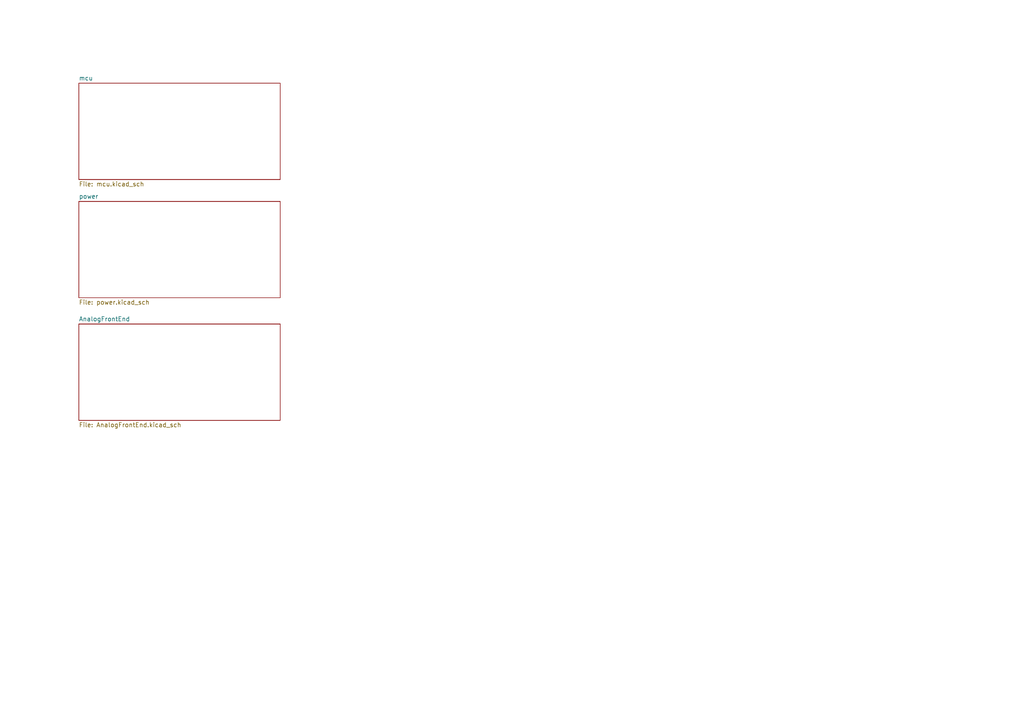
<source format=kicad_sch>
(kicad_sch
	(version 20231120)
	(generator "eeschema")
	(generator_version "8.0")
	(uuid "7abb14f5-9830-402f-b356-0e106a78a619")
	(paper "A4")
	(lib_symbols)
	(sheet
		(at 22.86 93.98)
		(size 58.42 27.94)
		(fields_autoplaced yes)
		(stroke
			(width 0.1524)
			(type solid)
		)
		(fill
			(color 0 0 0 0.0000)
		)
		(uuid "2d849561-ecd6-46df-ba4b-30a45c578f8c")
		(property "Sheetname" "AnalogFrontEnd"
			(at 22.86 93.2684 0)
			(effects
				(font
					(size 1.27 1.27)
				)
				(justify left bottom)
			)
		)
		(property "Sheetfile" "AnalogFrontEnd.kicad_sch"
			(at 22.86 122.5046 0)
			(effects
				(font
					(size 1.27 1.27)
				)
				(justify left top)
			)
		)
		(instances
			(project "nanoFunctionGenerator"
				(path "/7abb14f5-9830-402f-b356-0e106a78a619"
					(page "4")
				)
			)
		)
	)
	(sheet
		(at 22.86 24.13)
		(size 58.42 27.94)
		(fields_autoplaced yes)
		(stroke
			(width 0.1524)
			(type solid)
		)
		(fill
			(color 0 0 0 0.0000)
		)
		(uuid "3ae31f03-7d7a-4581-bd42-491f2bea345a")
		(property "Sheetname" "mcu"
			(at 22.86 23.4184 0)
			(effects
				(font
					(size 1.27 1.27)
				)
				(justify left bottom)
			)
		)
		(property "Sheetfile" "mcu.kicad_sch"
			(at 22.86 52.6546 0)
			(effects
				(font
					(size 1.27 1.27)
				)
				(justify left top)
			)
		)
		(property "Field2" ""
			(at 22.86 24.13 0)
			(effects
				(font
					(size 1.27 1.27)
				)
				(hide yes)
			)
		)
		(instances
			(project "nanoFunctionGenerator"
				(path "/7abb14f5-9830-402f-b356-0e106a78a619"
					(page "2")
				)
			)
		)
	)
	(sheet
		(at 22.86 58.42)
		(size 58.42 27.94)
		(fields_autoplaced yes)
		(stroke
			(width 0.1524)
			(type solid)
		)
		(fill
			(color 0 0 0 0.0000)
		)
		(uuid "b63e501d-5c97-4ca8-bc61-676fc6d1bb23")
		(property "Sheetname" "power"
			(at 22.86 57.7084 0)
			(effects
				(font
					(size 1.27 1.27)
				)
				(justify left bottom)
			)
		)
		(property "Sheetfile" "power.kicad_sch"
			(at 22.86 86.9446 0)
			(effects
				(font
					(size 1.27 1.27)
				)
				(justify left top)
			)
		)
		(instances
			(project "nanoFunctionGenerator"
				(path "/7abb14f5-9830-402f-b356-0e106a78a619"
					(page "3")
				)
			)
		)
	)
	(sheet_instances
		(path "/"
			(page "1")
		)
	)
)

</source>
